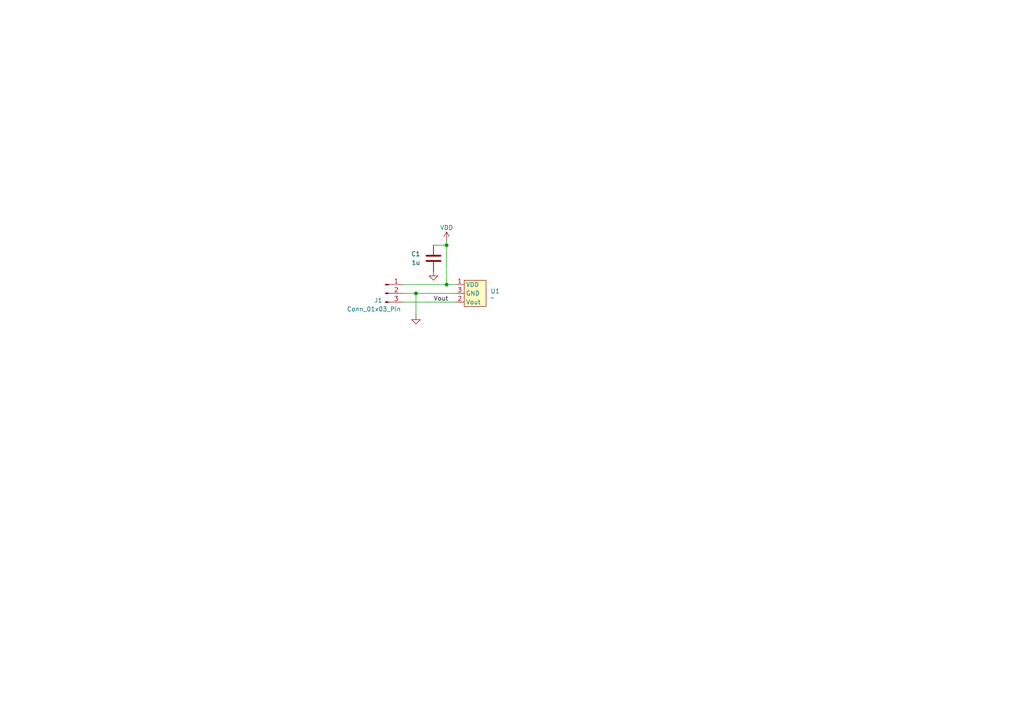
<source format=kicad_sch>
(kicad_sch (version 20250114) (generator "eeschema") (generator_version "9.0")
  (paper "A4")
  (lib_symbols
    (symbol "Connector:Conn_01x03_Pin" (pin_names (offset 1.016) (hide yes))
      (property "Reference" "J" (at 0 5.08 0))
      (property "Value" "Conn_01x03_Pin" (at 0 -5.08 0))
      (symbol "Conn_01x03_Pin_1_1"
        (rectangle (start 0.8636 2.667) (end 0 2.413) (stroke (width 0.1524)) (fill (type outline)))
        (rectangle (start 0.8636 0.127) (end 0 -0.127) (stroke (width 0.1524)) (fill (type outline)))
        (rectangle (start 0.8636 -2.413) (end 0 -2.667) (stroke (width 0.1524)) (fill (type outline)))
        (polyline (pts (xy 1.27 2.54) (xy 0.8636 2.54)) (stroke (width 0.1524)))
        (polyline (pts (xy 1.27 0) (xy 0.8636 0)) (stroke (width 0.1524)))
        (polyline (pts (xy 1.27 -2.54) (xy 0.8636 -2.54)) (stroke (width 0.1524)))
        (pin passive line (at 5.08 2.54 180) (length 3.81) (name "Pin_1") (number "1"))
        (pin passive line (at 5.08 0 180) (length 3.81) (name "Pin_2") (number "2"))
        (pin passive line (at 5.08 -2.54 180) (length 3.81) (name "Pin_3") (number "3"))
      )
    )
    (symbol "Device:C" (pin_numbers (hide yes)) (pin_names (offset 0.254))
      (property "Reference" "C" (at 0.635 2.54 0))
      (property "Value" "C" (at 0.635 -2.54 0))
      (symbol "C_0_1"
        (polyline (pts (xy -2.032 0.762) (xy 2.032 0.762)) (stroke (width 0.508)))
        (polyline (pts (xy -2.032 -0.762) (xy 2.032 -0.762)) (stroke (width 0.508)))
      )
      (symbol "C_1_1"
        (pin passive line (at 0 3.81 270) (length 2.794) (name "~") (number "1"))
        (pin passive line (at 0 -3.81 90) (length 2.794) (name "~") (number "2"))
      )
    )
    (symbol "ProjectLibrary:RR122"
      (property "Reference" "U" (at 0 4.826 0))
      (symbol "RR122_0_0"
        (pin power_in line (at -5.08 2.54 0) (length 2.54) (name "VDD") (number "1"))
        (pin passive line (at -5.08 0 0) (length 2.54) (name "GND") (number "3"))
        (pin output line (at -5.08 -2.54 0) (length 2.54) (name "Vout") (number "2"))
      )
      (symbol "RR122_1_1"
        (rectangle (start -2.54 3.81) (end 3.81 -3.81) (fill (type background)))
      )
    )
    (symbol "power:GND" (power) (pin_numbers (hide yes)) (pin_names (offset 0) (hide yes))
      (property "Value" "GND" (at 0 -3.81 0))
      (symbol "GND_0_1"
        (polyline (pts (xy 0 0) (xy 0 -1.27) (xy 1.27 -1.27) (xy 0 -2.54) (xy -1.27 -1.27) (xy 0 -1.27)))
      )
      (symbol "GND_1_1"
        (pin power_in line (at 0 0 270) (length 0) (name "~") (number "1"))
      )
    )
    (symbol "power:VDD" (power) (pin_numbers (hide yes)) (pin_names (offset 0) (hide yes))
      (property "Value" "VDD" (at 0 3.556 0))
      (symbol "VDD_0_1"
        (polyline (pts (xy -0.762 1.27) (xy 0 2.54)))
        (polyline (pts (xy 0 2.54) (xy 0.762 1.27)))
        (polyline (pts (xy 0 0) (xy 0 2.54)))
      )
      (symbol "VDD_1_1"
        (pin power_in line (at 0 0 90) (length 0) (name "~") (number "1"))
      )
    )
  )
  (junction (at 120.65 85.09))
  (junction (at 129.54 82.55))
  (junction (at 129.54 71.12))
  (wire (pts (xy 129.54 69.85) (xy 129.54 71.12)))
  (wire (pts (xy 120.65 85.09) (xy 120.65 91.44)))
  (wire (pts (xy 116.84 82.55) (xy 129.54 82.55)))
  (wire (pts (xy 129.54 71.12) (xy 129.54 82.55)))
  (wire (pts (xy 120.65 85.09) (xy 132.08 85.09)))
  (wire (pts (xy 116.84 87.63) (xy 132.08 87.63)))
  (wire (pts (xy 116.84 85.09) (xy 120.65 85.09)))
  (wire (pts (xy 125.73 71.12) (xy 129.54 71.12)))
  (wire (pts (xy 129.54 82.55) (xy 132.08 82.55)))
  (label "Vout" (at 125.73 87.63 0))
  (symbol (lib_id "power:VDD") (at 129.54 69.85 0) (unit 1)
    (property "Reference" "#PWR01" (effects (hide yes)))
    (property "Value" "VDD" (at 129.54 66.04 0))
    (property "Description" "Power symbol creates a global label with name \"VDD\"" (effects (hide yes)))
  )
  (symbol (lib_id "power:GND") (at 120.65 91.44 0) (unit 1)
    (property "Reference" "#PWR03" (effects (hide yes)))
    (property "Value" "GND" (effects (hide yes)))
    (property "Description" "Power symbol creates a global label with name \"GND\" , ground" (effects (hide yes)))
  )
  (symbol (lib_id "ProjectLibrary:RR122") (at 137.16 85.09 0) (unit 1)
    (property "Reference" "U1" (at 142.24 84.4549 0) (effects (justify left)))
    (property "Value" "~" (at 142.24 86.36 0) (effects (justify left)))
    (property "Footprint" "Package_TO_SOT_SMD:SOT-23-3" (effects (hide yes)))
  )
  (symbol (lib_id "Device:C") (at 125.73 74.93 0) (mirror y) (unit 1)
    (property "Reference" "C1" (at 121.92 73.6599 0) (effects (justify left)))
    (property "Value" "1u" (at 121.92 76.1999 0) (effects (justify left)))
    (property "Footprint" "Capacitor_SMD:C_0805_2012Metric" (effects (hide yes)))
    (property "Description" "Unpolarized capacitor" (effects (hide yes)))
  )
  (symbol (lib_id "power:GND") (at 125.73 78.74 0) (unit 1)
    (property "Reference" "#PWR02" (effects (hide yes)))
    (property "Value" "GND" (effects (hide yes)))
    (property "Description" "Power symbol creates a global label with name \"GND\" , ground" (effects (hide yes)))
  )
  (symbol (lib_id "Connector:Conn_01x03_Pin") (at 111.76 85.09 0) (unit 1)
    (property "Reference" "J1" (at 109.728 87.122 0))
    (property "Value" "Conn_01x03_Pin" (at 108.458 89.662 0))
    (property "Footprint" "ProjectFPs:FFC_P1mm_3Pin" (effects (hide yes)))
    (property "Description" "Generic connector, single row, 01x03, script generated" (effects (hide yes)))
  )
)
</source>
